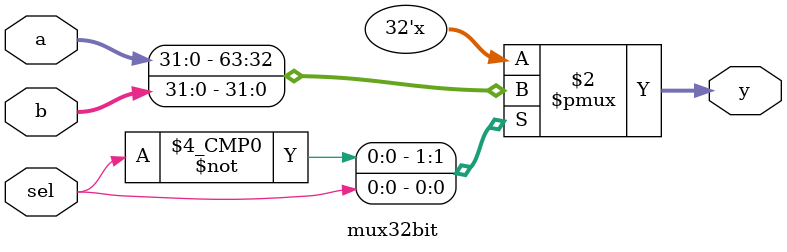
<source format=v>
module mux32bit (input [31:0] a,input [31:0] b,output [31:0] y,input sel); 
reg [31:0] y;

always @(b or a or sel)
begin 
	case ( sel )
		0 : y = a;
		1 : y = b;
	endcase
end	
endmodule

</source>
